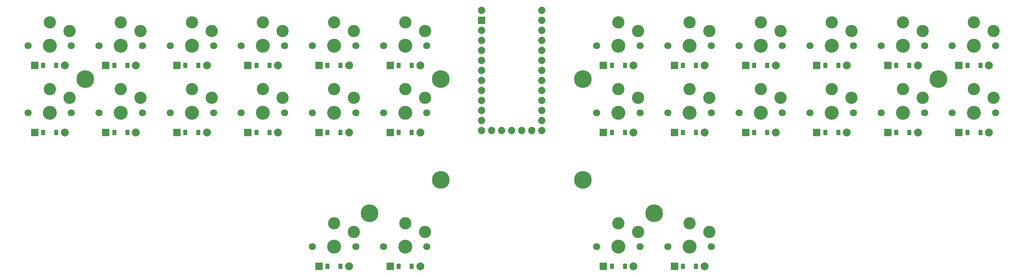
<source format=gbr>
%TF.GenerationSoftware,KiCad,Pcbnew,9.0.0*%
%TF.CreationDate,2025-04-19T19:47:05+02:00*%
%TF.ProjectId,pcb,7063622e-6b69-4636-9164-5f7063625858,v1.0.0*%
%TF.SameCoordinates,Original*%
%TF.FileFunction,Soldermask,Top*%
%TF.FilePolarity,Negative*%
%FSLAX46Y46*%
G04 Gerber Fmt 4.6, Leading zero omitted, Abs format (unit mm)*
G04 Created by KiCad (PCBNEW 9.0.0) date 2025-04-19 19:47:05*
%MOMM*%
%LPD*%
G01*
G04 APERTURE LIST*
G04 Aperture macros list*
%AMRoundRect*
0 Rectangle with rounded corners*
0 $1 Rounding radius*
0 $2 $3 $4 $5 $6 $7 $8 $9 X,Y pos of 4 corners*
0 Add a 4 corners polygon primitive as box body*
4,1,4,$2,$3,$4,$5,$6,$7,$8,$9,$2,$3,0*
0 Add four circle primitives for the rounded corners*
1,1,$1+$1,$2,$3*
1,1,$1+$1,$4,$5*
1,1,$1+$1,$6,$7*
1,1,$1+$1,$8,$9*
0 Add four rect primitives between the rounded corners*
20,1,$1+$1,$2,$3,$4,$5,0*
20,1,$1+$1,$4,$5,$6,$7,0*
20,1,$1+$1,$6,$7,$8,$9,0*
20,1,$1+$1,$8,$9,$2,$3,0*%
G04 Aperture macros list end*
%ADD10C,1.852600*%
%ADD11RoundRect,0.050000X-0.876300X0.876300X-0.876300X-0.876300X0.876300X-0.876300X0.876300X0.876300X0*%
%ADD12C,3.529000*%
%ADD13C,1.801800*%
%ADD14C,3.100000*%
%ADD15RoundRect,0.050000X-0.450000X-0.600000X0.450000X-0.600000X0.450000X0.600000X-0.450000X0.600000X0*%
%ADD16RoundRect,0.050000X-0.889000X-0.889000X0.889000X-0.889000X0.889000X0.889000X-0.889000X0.889000X0*%
%ADD17C,2.005000*%
%ADD18C,4.500000*%
%ADD19C,0.800000*%
G04 APERTURE END LIST*
D10*
%TO.C,MCU1*%
X224620000Y-104470000D03*
X224620000Y-101930000D03*
X224620000Y-99390000D03*
X224620000Y-96850000D03*
X224620000Y-94310000D03*
X224620000Y-91770000D03*
X224620000Y-89230000D03*
X224620000Y-86690000D03*
X224620000Y-84150000D03*
X224620000Y-81610000D03*
X224620000Y-79070000D03*
X224620000Y-76530000D03*
X224620000Y-73990000D03*
X211920000Y-104470000D03*
X214460000Y-104470000D03*
X217000000Y-104470000D03*
X219540000Y-104470000D03*
X222080000Y-104470000D03*
X209380000Y-104470000D03*
X209380000Y-101930000D03*
X209380000Y-99390000D03*
X209380000Y-96850000D03*
X209380000Y-94310000D03*
X209380000Y-91770000D03*
X209380000Y-89230000D03*
X209380000Y-86690000D03*
X209380000Y-84150000D03*
X209380000Y-81610000D03*
X209380000Y-79070000D03*
D11*
X209380000Y-76530000D03*
D10*
X209380000Y-73990000D03*
%TD*%
D12*
%TO.C,S1*%
X100000000Y-100000000D03*
D13*
X105500000Y-100000000D03*
X94500000Y-100000000D03*
D14*
X105000000Y-96250000D03*
X100000000Y-94050000D03*
%TD*%
D12*
%TO.C,S2*%
X100000000Y-83000000D03*
D13*
X105500000Y-83000000D03*
X94500000Y-83000000D03*
D14*
X105000000Y-79250000D03*
X100000000Y-77050000D03*
%TD*%
D12*
%TO.C,S3*%
X118000000Y-100000000D03*
D13*
X123500000Y-100000000D03*
X112500000Y-100000000D03*
D14*
X123000000Y-96250000D03*
X118000000Y-94050000D03*
%TD*%
D12*
%TO.C,S4*%
X118000000Y-83000000D03*
D13*
X123500000Y-83000000D03*
X112500000Y-83000000D03*
D14*
X123000000Y-79250000D03*
X118000000Y-77050000D03*
%TD*%
D12*
%TO.C,S5*%
X136000000Y-100000000D03*
D13*
X141500000Y-100000000D03*
X130500000Y-100000000D03*
D14*
X141000000Y-96250000D03*
X136000000Y-94050000D03*
%TD*%
D12*
%TO.C,S6*%
X136000000Y-83000000D03*
D13*
X141500000Y-83000000D03*
X130500000Y-83000000D03*
D14*
X141000000Y-79250000D03*
X136000000Y-77050000D03*
%TD*%
D12*
%TO.C,S7*%
X154000000Y-100000000D03*
D13*
X159500000Y-100000000D03*
X148500000Y-100000000D03*
D14*
X159000000Y-96250000D03*
X154000000Y-94050000D03*
%TD*%
D12*
%TO.C,S8*%
X154000000Y-83000000D03*
D13*
X159500000Y-83000000D03*
X148500000Y-83000000D03*
D14*
X159000000Y-79250000D03*
X154000000Y-77050000D03*
%TD*%
D12*
%TO.C,S9*%
X172000000Y-100000000D03*
D13*
X177500000Y-100000000D03*
X166500000Y-100000000D03*
D14*
X177000000Y-96250000D03*
X172000000Y-94050000D03*
%TD*%
D12*
%TO.C,S10*%
X172000000Y-83000000D03*
D13*
X177500000Y-83000000D03*
X166500000Y-83000000D03*
D14*
X177000000Y-79250000D03*
X172000000Y-77050000D03*
%TD*%
D12*
%TO.C,S11*%
X190000000Y-100000000D03*
D13*
X195500000Y-100000000D03*
X184500000Y-100000000D03*
D14*
X195000000Y-96250000D03*
X190000000Y-94050000D03*
%TD*%
D12*
%TO.C,S12*%
X190000000Y-83000000D03*
D13*
X195500000Y-83000000D03*
X184500000Y-83000000D03*
D14*
X195000000Y-79250000D03*
X190000000Y-77050000D03*
%TD*%
D12*
%TO.C,S13*%
X244000000Y-100000000D03*
D13*
X249500000Y-100000000D03*
X238500000Y-100000000D03*
D14*
X249000000Y-96250000D03*
X244000000Y-94050000D03*
%TD*%
D12*
%TO.C,S14*%
X244000000Y-83000000D03*
D13*
X249500000Y-83000000D03*
X238500000Y-83000000D03*
D14*
X249000000Y-79250000D03*
X244000000Y-77050000D03*
%TD*%
D12*
%TO.C,S15*%
X262000000Y-100000000D03*
D13*
X267500000Y-100000000D03*
X256500000Y-100000000D03*
D14*
X267000000Y-96250000D03*
X262000000Y-94050000D03*
%TD*%
D12*
%TO.C,S16*%
X262000000Y-83000000D03*
D13*
X267500000Y-83000000D03*
X256500000Y-83000000D03*
D14*
X267000000Y-79250000D03*
X262000000Y-77050000D03*
%TD*%
D12*
%TO.C,S17*%
X280000000Y-100000000D03*
D13*
X285500000Y-100000000D03*
X274500000Y-100000000D03*
D14*
X285000000Y-96250000D03*
X280000000Y-94050000D03*
%TD*%
D12*
%TO.C,S18*%
X280000000Y-83000000D03*
D13*
X285500000Y-83000000D03*
X274500000Y-83000000D03*
D14*
X285000000Y-79250000D03*
X280000000Y-77050000D03*
%TD*%
D12*
%TO.C,S19*%
X298000000Y-100000000D03*
D13*
X303500000Y-100000000D03*
X292500000Y-100000000D03*
D14*
X303000000Y-96250000D03*
X298000000Y-94050000D03*
%TD*%
D12*
%TO.C,S20*%
X298000000Y-83000000D03*
D13*
X303500000Y-83000000D03*
X292500000Y-83000000D03*
D14*
X303000000Y-79250000D03*
X298000000Y-77050000D03*
%TD*%
D12*
%TO.C,S21*%
X316000000Y-100000000D03*
D13*
X321500000Y-100000000D03*
X310500000Y-100000000D03*
D14*
X321000000Y-96250000D03*
X316000000Y-94050000D03*
%TD*%
D12*
%TO.C,S22*%
X316000000Y-83000000D03*
D13*
X321500000Y-83000000D03*
X310500000Y-83000000D03*
D14*
X321000000Y-79250000D03*
X316000000Y-77050000D03*
%TD*%
D12*
%TO.C,S23*%
X334000000Y-100000000D03*
D13*
X339500000Y-100000000D03*
X328500000Y-100000000D03*
D14*
X339000000Y-96250000D03*
X334000000Y-94050000D03*
%TD*%
D12*
%TO.C,S24*%
X334000000Y-83000000D03*
D13*
X339500000Y-83000000D03*
X328500000Y-83000000D03*
D14*
X339000000Y-79250000D03*
X334000000Y-77050000D03*
%TD*%
D12*
%TO.C,S25*%
X172000000Y-134000000D03*
D13*
X177500000Y-134000000D03*
X166500000Y-134000000D03*
D14*
X177000000Y-130250000D03*
X172000000Y-128050000D03*
%TD*%
D12*
%TO.C,S26*%
X190000000Y-134000000D03*
D13*
X195500000Y-134000000D03*
X184500000Y-134000000D03*
D14*
X195000000Y-130250000D03*
X190000000Y-128050000D03*
%TD*%
D12*
%TO.C,S27*%
X244000000Y-134000000D03*
D13*
X249500000Y-134000000D03*
X238500000Y-134000000D03*
D14*
X249000000Y-130250000D03*
X244000000Y-128050000D03*
%TD*%
D12*
%TO.C,S28*%
X262000000Y-134000000D03*
D13*
X267500000Y-134000000D03*
X256500000Y-134000000D03*
D14*
X267000000Y-130250000D03*
X262000000Y-128050000D03*
%TD*%
D15*
%TO.C,D1*%
X98350000Y-105000000D03*
X101650000Y-105000000D03*
D16*
X96190000Y-105000000D03*
D17*
X103810000Y-105000000D03*
%TD*%
D15*
%TO.C,D2*%
X98350000Y-88000000D03*
X101650000Y-88000000D03*
D16*
X96190000Y-88000000D03*
D17*
X103810000Y-88000000D03*
%TD*%
D15*
%TO.C,D3*%
X116350000Y-105000000D03*
X119650000Y-105000000D03*
D16*
X114190000Y-105000000D03*
D17*
X121810000Y-105000000D03*
%TD*%
D15*
%TO.C,D4*%
X116350000Y-88000000D03*
X119650000Y-88000000D03*
D16*
X114190000Y-88000000D03*
D17*
X121810000Y-88000000D03*
%TD*%
D15*
%TO.C,D5*%
X134350000Y-105000000D03*
X137650000Y-105000000D03*
D16*
X132190000Y-105000000D03*
D17*
X139810000Y-105000000D03*
%TD*%
D15*
%TO.C,D6*%
X134350000Y-88000000D03*
X137650000Y-88000000D03*
D16*
X132190000Y-88000000D03*
D17*
X139810000Y-88000000D03*
%TD*%
D15*
%TO.C,D7*%
X152350000Y-105000000D03*
X155650000Y-105000000D03*
D16*
X150190000Y-105000000D03*
D17*
X157810000Y-105000000D03*
%TD*%
D15*
%TO.C,D8*%
X152350000Y-88000000D03*
X155650000Y-88000000D03*
D16*
X150190000Y-88000000D03*
D17*
X157810000Y-88000000D03*
%TD*%
D15*
%TO.C,D9*%
X170350000Y-105000000D03*
X173650000Y-105000000D03*
D16*
X168190000Y-105000000D03*
D17*
X175810000Y-105000000D03*
%TD*%
D15*
%TO.C,D10*%
X170350000Y-88000000D03*
X173650000Y-88000000D03*
D16*
X168190000Y-88000000D03*
D17*
X175810000Y-88000000D03*
%TD*%
D15*
%TO.C,D11*%
X188350000Y-105000000D03*
X191650000Y-105000000D03*
D16*
X186190000Y-105000000D03*
D17*
X193810000Y-105000000D03*
%TD*%
D15*
%TO.C,D12*%
X188350000Y-88000000D03*
X191650000Y-88000000D03*
D16*
X186190000Y-88000000D03*
D17*
X193810000Y-88000000D03*
%TD*%
D15*
%TO.C,D13*%
X242350000Y-105000000D03*
X245650000Y-105000000D03*
D16*
X240190000Y-105000000D03*
D17*
X247810000Y-105000000D03*
%TD*%
D15*
%TO.C,D14*%
X242350000Y-88000000D03*
X245650000Y-88000000D03*
D16*
X240190000Y-88000000D03*
D17*
X247810000Y-88000000D03*
%TD*%
D15*
%TO.C,D15*%
X260350000Y-105000000D03*
X263650000Y-105000000D03*
D16*
X258190000Y-105000000D03*
D17*
X265810000Y-105000000D03*
%TD*%
D15*
%TO.C,D16*%
X260350000Y-88000000D03*
X263650000Y-88000000D03*
D16*
X258190000Y-88000000D03*
D17*
X265810000Y-88000000D03*
%TD*%
D15*
%TO.C,D17*%
X278350000Y-105000000D03*
X281650000Y-105000000D03*
D16*
X276190000Y-105000000D03*
D17*
X283810000Y-105000000D03*
%TD*%
D15*
%TO.C,D18*%
X278350000Y-88000000D03*
X281650000Y-88000000D03*
D16*
X276190000Y-88000000D03*
D17*
X283810000Y-88000000D03*
%TD*%
D15*
%TO.C,D19*%
X296350000Y-105000000D03*
X299650000Y-105000000D03*
D16*
X294190000Y-105000000D03*
D17*
X301810000Y-105000000D03*
%TD*%
D15*
%TO.C,D20*%
X296350000Y-88000000D03*
X299650000Y-88000000D03*
D16*
X294190000Y-88000000D03*
D17*
X301810000Y-88000000D03*
%TD*%
D15*
%TO.C,D21*%
X314350000Y-105000000D03*
X317650000Y-105000000D03*
D16*
X312190000Y-105000000D03*
D17*
X319810000Y-105000000D03*
%TD*%
D15*
%TO.C,D22*%
X314350000Y-88000000D03*
X317650000Y-88000000D03*
D16*
X312190000Y-88000000D03*
D17*
X319810000Y-88000000D03*
%TD*%
D15*
%TO.C,D23*%
X332350000Y-105000000D03*
X335650000Y-105000000D03*
D16*
X330190000Y-105000000D03*
D17*
X337810000Y-105000000D03*
%TD*%
D15*
%TO.C,D24*%
X332350000Y-88000000D03*
X335650000Y-88000000D03*
D16*
X330190000Y-88000000D03*
D17*
X337810000Y-88000000D03*
%TD*%
D15*
%TO.C,D25*%
X170350000Y-139000000D03*
X173650000Y-139000000D03*
D16*
X168190000Y-139000000D03*
D17*
X175810000Y-139000000D03*
%TD*%
D15*
%TO.C,D26*%
X188350000Y-139000000D03*
X191650000Y-139000000D03*
D16*
X186190000Y-139000000D03*
D17*
X193810000Y-139000000D03*
%TD*%
D15*
%TO.C,D27*%
X242350000Y-139000000D03*
X245650000Y-139000000D03*
D16*
X240190000Y-139000000D03*
D17*
X247810000Y-139000000D03*
%TD*%
D15*
%TO.C,D28*%
X260350000Y-139000000D03*
X263650000Y-139000000D03*
D16*
X258190000Y-139000000D03*
D17*
X265810000Y-139000000D03*
%TD*%
D18*
%TO.C,_1*%
X109000000Y-91500000D03*
D19*
X110629630Y-91500000D03*
X110152322Y-92652322D03*
X109000000Y-93129630D03*
X107847678Y-92652322D03*
X107370370Y-91500000D03*
X107847678Y-90347678D03*
X109000000Y-89870370D03*
X110152322Y-90347678D03*
%TD*%
D18*
%TO.C,_2*%
X199000000Y-91500000D03*
D19*
X200629630Y-91500000D03*
X200152322Y-92652322D03*
X199000000Y-93129630D03*
X197847678Y-92652322D03*
X197370370Y-91500000D03*
X197847678Y-90347678D03*
X199000000Y-89870370D03*
X200152322Y-90347678D03*
%TD*%
D18*
%TO.C,_3*%
X199000000Y-117000000D03*
D19*
X200629630Y-117000000D03*
X200152322Y-118152322D03*
X199000000Y-118629630D03*
X197847678Y-118152322D03*
X197370370Y-117000000D03*
X197847678Y-115847678D03*
X199000000Y-115370370D03*
X200152322Y-115847678D03*
%TD*%
D18*
%TO.C,_4*%
X181000000Y-125500000D03*
D19*
X182629630Y-125500000D03*
X182152322Y-126652322D03*
X181000000Y-127129630D03*
X179847678Y-126652322D03*
X179370370Y-125500000D03*
X179847678Y-124347678D03*
X181000000Y-123870370D03*
X182152322Y-124347678D03*
%TD*%
D18*
%TO.C,_5*%
X253000000Y-125500000D03*
D19*
X254629630Y-125500000D03*
X254152322Y-126652322D03*
X253000000Y-127129630D03*
X251847678Y-126652322D03*
X251370370Y-125500000D03*
X251847678Y-124347678D03*
X253000000Y-123870370D03*
X254152322Y-124347678D03*
%TD*%
D18*
%TO.C,_6*%
X325000000Y-91500000D03*
D19*
X326629630Y-91500000D03*
X326152322Y-92652322D03*
X325000000Y-93129630D03*
X323847678Y-92652322D03*
X323370370Y-91500000D03*
X323847678Y-90347678D03*
X325000000Y-89870370D03*
X326152322Y-90347678D03*
%TD*%
D18*
%TO.C,_7*%
X235000000Y-91500000D03*
D19*
X236629630Y-91500000D03*
X236152322Y-92652322D03*
X235000000Y-93129630D03*
X233847678Y-92652322D03*
X233370370Y-91500000D03*
X233847678Y-90347678D03*
X235000000Y-89870370D03*
X236152322Y-90347678D03*
%TD*%
D18*
%TO.C,_8*%
X235000000Y-117000000D03*
D19*
X236629630Y-117000000D03*
X236152322Y-118152322D03*
X235000000Y-118629630D03*
X233847678Y-118152322D03*
X233370370Y-117000000D03*
X233847678Y-115847678D03*
X235000000Y-115370370D03*
X236152322Y-115847678D03*
%TD*%
M02*

</source>
